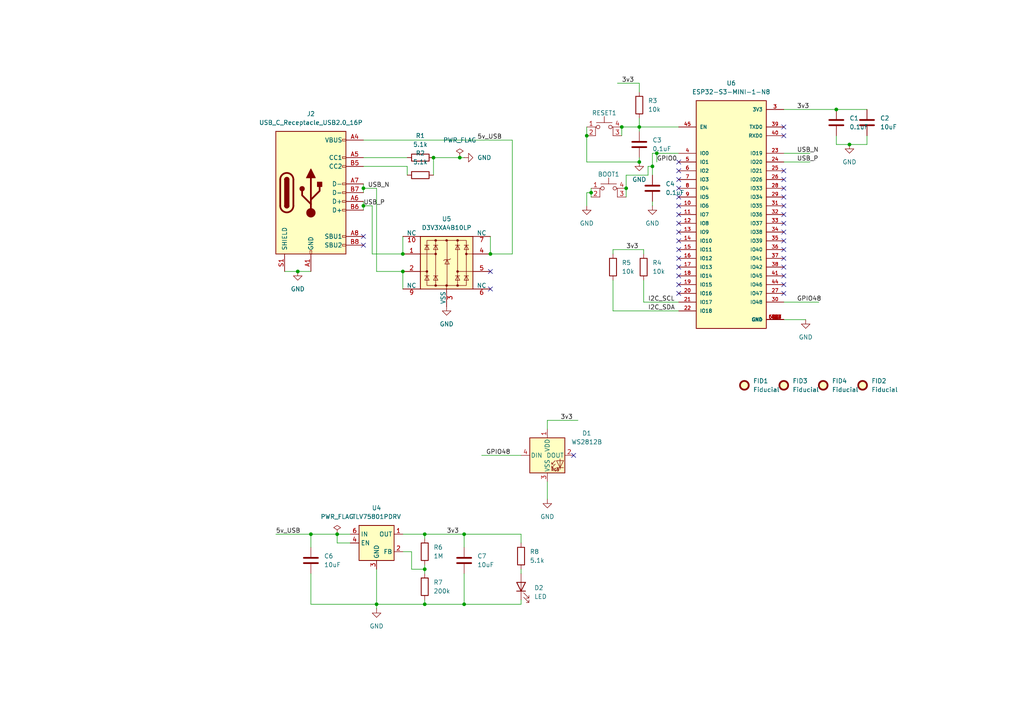
<source format=kicad_sch>
(kicad_sch (version 20250114) (generator "eeschema") (generator_version "9.0")
  (paper "A4")
  (lib_symbols
    (symbol "Connector:USB_C_Receptacle_USB2.0_16P" (pin_names (offset 1.016))
      (property "Reference" "J" (at 0 22.225 0))
      (property "Value" "USB_C_Receptacle_USB2.0_16P" (at 0 19.685 0))
      (symbol "USB_C_Receptacle_USB2.0_16P_0_0"
        (rectangle (start -0.254 -17.78) (end 0.254 -16.764))
        (rectangle (start 10.16 15.494) (end 9.144 14.986))
        (rectangle (start 10.16 10.414) (end 9.144 9.906))
        (rectangle (start 10.16 7.874) (end 9.144 7.366))
        (rectangle (start 10.16 2.794) (end 9.144 2.286))
        (rectangle (start 10.16 0.254) (end 9.144 -0.254))
        (rectangle (start 10.16 -2.286) (end 9.144 -2.794))
        (rectangle (start 10.16 -4.826) (end 9.144 -5.334))
        (rectangle (start 10.16 -12.446) (end 9.144 -12.954))
        (rectangle (start 10.16 -14.986) (end 9.144 -15.494))
      )
      (symbol "USB_C_Receptacle_USB2.0_16P_0_1"
        (rectangle (start -10.16 17.78) (end 10.16 -17.78) (stroke (width 0.254)) (fill (type background)))
        (polyline (pts (xy -8.89 -3.81) (xy -8.89 3.81)) (stroke (width 0.508)))
        (rectangle (start -7.62 -3.81) (end -6.35 3.81) (stroke (width 0.254)) (fill (type outline)))
        (arc (start -7.62 3.81) (mid -6.985 4.4423) (end -6.35 3.81) (stroke (width 0.254)))
        (arc (start -7.62 3.81) (mid -6.985 4.4423) (end -6.35 3.81) (stroke (width 0.254)) (fill (type outline)))
        (arc (start -8.89 3.81) (mid -6.985 5.7067) (end -5.08 3.81) (stroke (width 0.508)))
        (arc (start -5.08 -3.81) (mid -6.985 -5.7067) (end -8.89 -3.81) (stroke (width 0.508)))
        (arc (start -6.35 -3.81) (mid -6.985 -4.4423) (end -7.62 -3.81) (stroke (width 0.254)))
        (arc (start -6.35 -3.81) (mid -6.985 -4.4423) (end -7.62 -3.81) (stroke (width 0.254)) (fill (type outline)))
        (polyline (pts (xy -5.08 3.81) (xy -5.08 -3.81)) (stroke (width 0.508)))
        (circle (center -2.54 1.143) (radius 0.635) (stroke (width 0.254)) (fill (type outline)))
        (polyline (pts (xy -1.27 4.318) (xy 0 6.858) (xy 1.27 4.318) (xy -1.27 4.318)) (stroke (width 0.254)) (fill (type outline)))
        (polyline (pts (xy 0 -2.032) (xy 2.54 0.508) (xy 2.54 1.778)) (stroke (width 0.508)))
        (polyline (pts (xy 0 -3.302) (xy -2.54 -0.762) (xy -2.54 0.508)) (stroke (width 0.508)))
        (polyline (pts (xy 0 -5.842) (xy 0 4.318)) (stroke (width 0.508)))
        (circle (center 0 -5.842) (radius 1.27) (fill (type outline)))
        (rectangle (start 1.905 1.778) (end 3.175 3.048) (stroke (width 0.254)) (fill (type outline)))
      )
      (symbol "USB_C_Receptacle_USB2.0_16P_1_1"
        (pin passive line (at -7.62 -22.86 90) (length 5.08) (name "SHIELD") (number "S1"))
        (pin passive line (at 0 -22.86 90) (length 5.08) (name "GND") (number "A1"))
        (pin passive line (at 0 -22.86 90) (length 5.08) (hide yes) (name "GND") (number "A12"))
        (pin passive line (at 0 -22.86 90) (length 5.08) (hide yes) (name "GND") (number "B1"))
        (pin passive line (at 0 -22.86 90) (length 5.08) (hide yes) (name "GND") (number "B12"))
        (pin passive line (at 15.24 15.24 180) (length 5.08) (name "VBUS") (number "A4"))
        (pin passive line (at 15.24 15.24 180) (length 5.08) (hide yes) (name "VBUS") (number "A9"))
        (pin passive line (at 15.24 15.24 180) (length 5.08) (hide yes) (name "VBUS") (number "B4"))
        (pin passive line (at 15.24 15.24 180) (length 5.08) (hide yes) (name "VBUS") (number "B9"))
        (pin bidirectional line (at 15.24 10.16 180) (length 5.08) (name "CC1") (number "A5"))
        (pin bidirectional line (at 15.24 7.62 180) (length 5.08) (name "CC2") (number "B5"))
        (pin bidirectional line (at 15.24 2.54 180) (length 5.08) (name "D-") (number "A7"))
        (pin bidirectional line (at 15.24 0 180) (length 5.08) (name "D-") (number "B7"))
        (pin bidirectional line (at 15.24 -2.54 180) (length 5.08) (name "D+") (number "A6"))
        (pin bidirectional line (at 15.24 -5.08 180) (length 5.08) (name "D+") (number "B6"))
        (pin bidirectional line (at 15.24 -12.7 180) (length 5.08) (name "SBU1") (number "A8"))
        (pin bidirectional line (at 15.24 -15.24 180) (length 5.08) (name "SBU2") (number "B8"))
      )
    )
    (symbol "Device:C" (pin_numbers (hide yes)) (pin_names (offset 0.254))
      (property "Reference" "C" (at 0.635 2.54 0))
      (property "Value" "C" (at 0.635 -2.54 0))
      (symbol "C_0_1"
        (polyline (pts (xy -2.032 0.762) (xy 2.032 0.762)) (stroke (width 0.508)))
        (polyline (pts (xy -2.032 -0.762) (xy 2.032 -0.762)) (stroke (width 0.508)))
      )
      (symbol "C_1_1"
        (pin passive line (at 0 3.81 270) (length 2.794) (name "~") (number "1"))
        (pin passive line (at 0 -3.81 90) (length 2.794) (name "~") (number "2"))
      )
    )
    (symbol "Device:LED" (pin_numbers (hide yes)) (pin_names (offset 1.016) (hide yes))
      (property "Reference" "D" (at 0 2.54 0))
      (property "Value" "LED" (at 0 -2.54 0))
      (symbol "LED_0_1"
        (polyline (pts (xy -3.048 -0.762) (xy -4.572 -2.286) (xy -3.81 -2.286) (xy -4.572 -2.286) (xy -4.572 -1.524)))
        (polyline (pts (xy -1.778 -0.762) (xy -3.302 -2.286) (xy -2.54 -2.286) (xy -3.302 -2.286) (xy -3.302 -1.524)))
        (polyline (pts (xy -1.27 0) (xy 1.27 0)))
        (polyline (pts (xy -1.27 -1.27) (xy -1.27 1.27)) (stroke (width 0.254)))
        (polyline (pts (xy 1.27 -1.27) (xy 1.27 1.27) (xy -1.27 0) (xy 1.27 -1.27)) (stroke (width 0.254)))
      )
      (symbol "LED_1_1"
        (pin passive line (at -3.81 0 0) (length 2.54) (name "K") (number "1"))
        (pin passive line (at 3.81 0 180) (length 2.54) (name "A") (number "2"))
      )
    )
    (symbol "Device:R" (pin_numbers (hide yes)) (pin_names (offset 0))
      (property "Reference" "R" (at 2.032 0 90))
      (property "Value" "R" (at 0 0 90))
      (symbol "R_0_1"
        (rectangle (start -1.016 -2.54) (end 1.016 2.54) (stroke (width 0.254)))
      )
      (symbol "R_1_1"
        (pin passive line (at 0 3.81 270) (length 1.27) (name "~") (number "1"))
        (pin passive line (at 0 -3.81 90) (length 1.27) (name "~") (number "2"))
      )
    )
    (symbol "ESP32-S3-MINI-1-N8:ESP32-S3-MINI-1-N8" (pin_names (offset 1.016))
      (property "Reference" "U" (at -10.16 34.29 0))
      (property "Value" "ESP32-S3-MINI-1-N8" (at -10.16 -35.56 0))
      (symbol "ESP32-S3-MINI-1-N8_0_0"
        (rectangle (start -10.16 -33.02) (end 10.16 33.02) (stroke (width 0.254)) (fill (type background)))
        (pin input line (at -15.24 25.4 0) (length 5.08) (name "EN") (number "45"))
        (pin bidirectional line (at -15.24 17.78 0) (length 5.08) (name "IO0") (number "4"))
        (pin bidirectional line (at -15.24 15.24 0) (length 5.08) (name "IO1") (number "5"))
        (pin bidirectional line (at -15.24 12.7 0) (length 5.08) (name "IO2") (number "6"))
        (pin bidirectional line (at -15.24 10.16 0) (length 5.08) (name "IO3") (number "7"))
        (pin bidirectional line (at -15.24 7.62 0) (length 5.08) (name "IO4") (number "8"))
        (pin bidirectional line (at -15.24 5.08 0) (length 5.08) (name "IO5") (number "9"))
        (pin bidirectional line (at -15.24 2.54 0) (length 5.08) (name "IO6") (number "10"))
        (pin bidirectional line (at -15.24 0 0) (length 5.08) (name "IO7") (number "11"))
        (pin bidirectional line (at -15.24 -2.54 0) (length 5.08) (name "IO8") (number "12"))
        (pin bidirectional line (at -15.24 -5.08 0) (length 5.08) (name "IO9") (number "13"))
        (pin bidirectional line (at -15.24 -7.62 0) (length 5.08) (name "IO10") (number "14"))
        (pin bidirectional line (at -15.24 -10.16 0) (length 5.08) (name "IO11") (number "15"))
        (pin bidirectional line (at -15.24 -12.7 0) (length 5.08) (name "IO12") (number "16"))
        (pin bidirectional line (at -15.24 -15.24 0) (length 5.08) (name "IO13") (number "17"))
        (pin bidirectional line (at -15.24 -17.78 0) (length 5.08) (name "IO14") (number "18"))
        (pin bidirectional line (at -15.24 -20.32 0) (length 5.08) (name "IO15") (number "19"))
        (pin bidirectional line (at -15.24 -22.86 0) (length 5.08) (name "IO16") (number "20"))
        (pin bidirectional line (at -15.24 -25.4 0) (length 5.08) (name "IO17") (number "21"))
        (pin bidirectional line (at -15.24 -27.94 0) (length 5.08) (name "IO18") (number "22"))
        (pin power_in line (at 15.24 30.48 180) (length 5.08) (name "3V3") (number "3"))
        (pin bidirectional line (at 15.24 25.4 180) (length 5.08) (name "TXD0") (number "39"))
        (pin bidirectional line (at 15.24 22.86 180) (length 5.08) (name "RXD0") (number "40"))
        (pin bidirectional line (at 15.24 17.78 180) (length 5.08) (name "IO19") (number "23"))
        (pin bidirectional line (at 15.24 15.24 180) (length 5.08) (name "IO20") (number "24"))
        (pin bidirectional line (at 15.24 12.7 180) (length 5.08) (name "IO21") (number "25"))
        (pin bidirectional line (at 15.24 10.16 180) (length 5.08) (name "IO26") (number "26"))
        (pin bidirectional line (at 15.24 7.62 180) (length 5.08) (name "IO33") (number "28"))
        (pin bidirectional line (at 15.24 5.08 180) (length 5.08) (name "IO34") (number "29"))
        (pin bidirectional line (at 15.24 2.54 180) (length 5.08) (name "IO35") (number "31"))
        (pin bidirectional line (at 15.24 0 180) (length 5.08) (name "IO36") (number "32"))
        (pin bidirectional line (at 15.24 -2.54 180) (length 5.08) (name "IO37") (number "33"))
        (pin bidirectional line (at 15.24 -5.08 180) (length 5.08) (name "IO38") (number "34"))
        (pin bidirectional line (at 15.24 -7.62 180) (length 5.08) (name "IO39") (number "35"))
        (pin bidirectional line (at 15.24 -10.16 180) (length 5.08) (name "IO40") (number "36"))
        (pin bidirectional line (at 15.24 -12.7 180) (length 5.08) (name "IO41") (number "37"))
        (pin bidirectional line (at 15.24 -15.24 180) (length 5.08) (name "IO42") (number "38"))
        (pin bidirectional line (at 15.24 -17.78 180) (length 5.08) (name "IO45") (number "41"))
        (pin bidirectional line (at 15.24 -20.32 180) (length 5.08) (name "IO46") (number "44"))
        (pin bidirectional line (at 15.24 -22.86 180) (length 5.08) (name "IO47") (number "27"))
        (pin bidirectional line (at 15.24 -25.4 180) (length 5.08) (name "IO48") (number "30"))
        (pin power_in line (at 15.24 -30.48 180) (length 5.08) (name "GND") (number "1"))
        (pin power_in line (at 15.24 -30.48 180) (length 5.08) (name "GND") (number "2"))
        (pin power_in line (at 15.24 -30.48 180) (length 5.08) (name "GND") (number "42"))
        (pin power_in line (at 15.24 -30.48 180) (length 5.08) (name "GND") (number "43"))
        (pin power_in line (at 15.24 -30.48 180) (length 5.08) (name "GND") (number "46"))
        (pin power_in line (at 15.24 -30.48 180) (length 5.08) (name "GND") (number "47"))
        (pin power_in line (at 15.24 -30.48 180) (length 5.08) (name "GND") (number "48"))
        (pin power_in line (at 15.24 -30.48 180) (length 5.08) (name "GND") (number "49"))
        (pin power_in line (at 15.24 -30.48 180) (length 5.08) (name "GND") (number "50"))
        (pin power_in line (at 15.24 -30.48 180) (length 5.08) (name "GND") (number "51"))
        (pin power_in line (at 15.24 -30.48 180) (length 5.08) (name "GND") (number "52"))
        (pin power_in line (at 15.24 -30.48 180) (length 5.08) (name "GND") (number "53"))
        (pin power_in line (at 15.24 -30.48 180) (length 5.08) (name "GND") (number "54"))
        (pin power_in line (at 15.24 -30.48 180) (length 5.08) (name "GND") (number "55"))
        (pin power_in line (at 15.24 -30.48 180) (length 5.08) (name "GND") (number "56"))
        (pin power_in line (at 15.24 -30.48 180) (length 5.08) (name "GND") (number "57"))
        (pin power_in line (at 15.24 -30.48 180) (length 5.08) (name "GND") (number "58"))
        (pin power_in line (at 15.24 -30.48 180) (length 5.08) (name "GND") (number "59"))
        (pin power_in line (at 15.24 -30.48 180) (length 5.08) (name "GND") (number "60"))
        (pin power_in line (at 15.24 -30.48 180) (length 5.08) (name "GND") (number "61"))
        (pin power_in line (at 15.24 -30.48 180) (length 5.08) (name "GND") (number "61_1"))
        (pin power_in line (at 15.24 -30.48 180) (length 5.08) (name "GND") (number "61_2"))
        (pin power_in line (at 15.24 -30.48 180) (length 5.08) (name "GND") (number "61_3"))
        (pin power_in line (at 15.24 -30.48 180) (length 5.08) (name "GND") (number "61_4"))
        (pin power_in line (at 15.24 -30.48 180) (length 5.08) (name "GND") (number "61_5"))
        (pin power_in line (at 15.24 -30.48 180) (length 5.08) (name "GND") (number "61_6"))
        (pin power_in line (at 15.24 -30.48 180) (length 5.08) (name "GND") (number "61_7"))
        (pin power_in line (at 15.24 -30.48 180) (length 5.08) (name "GND") (number "61_8"))
        (pin power_in line (at 15.24 -30.48 180) (length 5.08) (name "GND") (number "62"))
        (pin power_in line (at 15.24 -30.48 180) (length 5.08) (name "GND") (number "63"))
        (pin power_in line (at 15.24 -30.48 180) (length 5.08) (name "GND") (number "64"))
        (pin power_in line (at 15.24 -30.48 180) (length 5.08) (name "GND") (number "65"))
      )
    )
    (symbol "LED:WS2812B" (pin_names (offset 0.254))
      (property "Reference" "D" (at 5.08 5.715 0))
      (property "Value" "WS2812B" (at 1.27 -5.715 0))
      (symbol "WS2812B_0_0"
        (text "RGB" (at 2.286 -4.191 0) (effects (font (size 0.762 0.762))))
      )
      (symbol "WS2812B_0_1"
        (polyline (pts (xy 1.27 -2.54) (xy 1.778 -2.54)))
        (polyline (pts (xy 1.27 -3.556) (xy 1.778 -3.556)))
        (polyline (pts (xy 2.286 -1.524) (xy 1.27 -2.54) (xy 1.27 -2.032)))
        (polyline (pts (xy 2.286 -2.54) (xy 1.27 -3.556) (xy 1.27 -3.048)))
        (polyline (pts (xy 3.683 -1.016) (xy 3.683 -3.556) (xy 3.683 -4.064)))
        (polyline (pts (xy 4.699 -1.524) (xy 2.667 -1.524) (xy 3.683 -3.556) (xy 4.699 -1.524)))
        (polyline (pts (xy 4.699 -3.556) (xy 2.667 -3.556)))
        (rectangle (start 5.08 5.08) (end -5.08 -5.08) (stroke (width 0.254)) (fill (type background)))
      )
      (symbol "WS2812B_1_1"
        (pin input line (at -7.62 0 0) (length 2.54) (name "DIN") (number "4"))
        (pin power_in line (at 0 7.62 270) (length 2.54) (name "VDD") (number "1"))
        (pin power_in line (at 0 -7.62 90) (length 2.54) (name "VSS") (number "3"))
        (pin output line (at 7.62 0 180) (length 2.54) (name "DOUT") (number "2"))
      )
    )
    (symbol "Mechanical:Fiducial" (in_bom no)
      (property "Reference" "FID" (at 0 5.08 0))
      (property "Value" "Fiducial" (at 0 3.175 0))
      (symbol "Fiducial_0_1"
        (circle (center 0 0) (radius 1.27) (stroke (width 0.508)) (fill (type background)))
      )
    )
    (symbol "Power_Protection:D3V3XA4B10LP" (pin_names (offset 0))
      (property "Reference" "U" (at -0.635 8.89 0))
      (property "Value" "D3V3XA4B10LP" (at 8.89 -10.16 0))
      (symbol "D3V3XA4B10LP_0_0"
        (rectangle (start -5.715 6.477) (end 5.715 -6.604))
        (polyline (pts (xy -3.175 -6.604) (xy -3.175 6.477)))
        (polyline (pts (xy 0.127 6.477) (xy 0.127 -6.604)))
        (polyline (pts (xy 3.175 6.477) (xy 3.175 -6.604)))
      )
      (symbol "D3V3XA4B10LP_0_1"
        (polyline (pts (xy -7.747 2.54) (xy -3.175 2.54)))
        (rectangle (start -7.62 7.62) (end 7.62 -7.62) (stroke (width 0.254)) (fill (type background)))
        (polyline (pts (xy -7.62 -2.54) (xy -5.715 -2.54)))
        (circle (center -5.715 -2.54) (radius 0.2794) (fill (type outline)))
        (polyline (pts (xy -5.08 5.08) (xy -6.35 5.08)))
        (polyline (pts (xy -5.08 3.81) (xy -6.35 3.81) (xy -5.715 5.08) (xy -5.08 3.81)))
        (polyline (pts (xy -5.08 -3.81) (xy -6.35 -3.81)))
        (polyline (pts (xy -5.08 -5.08) (xy -6.35 -5.08) (xy -5.715 -3.81) (xy -5.08 -5.08)))
        (circle (center -3.175 6.477) (radius 0.2794) (fill (type outline)))
        (circle (center -3.175 2.54) (radius 0.2794) (fill (type outline)))
        (circle (center -3.175 -6.604) (radius 0.2794) (fill (type outline)))
        (polyline (pts (xy -2.54 5.08) (xy -3.81 5.08)))
        (polyline (pts (xy -2.54 3.81) (xy -3.81 3.81) (xy -3.175 5.08) (xy -2.54 3.81)))
        (polyline (pts (xy -2.54 -3.81) (xy -3.81 -3.81)))
        (polyline (pts (xy -2.54 -5.08) (xy -3.81 -5.08) (xy -3.175 -3.81) (xy -2.54 -5.08)))
        (polyline (pts (xy -0.508 0.889) (xy -0.889 0.635)))
        (circle (center 0 6.477) (radius 0.2794) (fill (type outline)))
        (polyline (pts (xy 0 -6.604) (xy 0 -7.62)))
        (circle (center 0 -6.604) (radius 0.2794) (fill (type outline)))
        (polyline (pts (xy 0.762 0.889) (xy -0.508 0.889)))
        (polyline (pts (xy 0.762 0.889) (xy 1.143 1.143)))
        (polyline (pts (xy 0.762 -0.381) (xy -0.508 -0.381) (xy 0.127 0.889) (xy 0.762 -0.381)))
        (circle (center 3.175 6.477) (radius 0.2794) (fill (type outline)))
        (circle (center 3.175 -2.54) (radius 0.2794) (fill (type outline)))
        (circle (center 3.175 -6.604) (radius 0.2794) (fill (type outline)))
        (polyline (pts (xy 3.81 5.08) (xy 2.54 5.08)))
        (polyline (pts (xy 3.81 3.81) (xy 2.54 3.81) (xy 3.175 5.08) (xy 3.81 3.81)))
        (polyline (pts (xy 3.81 -3.81) (xy 2.54 -3.81)))
        (polyline (pts (xy 3.81 -5.08) (xy 2.54 -5.08) (xy 3.175 -3.81) (xy 3.81 -5.08)))
        (circle (center 5.715 2.54) (radius 0.2794) (fill (type outline)))
        (polyline (pts (xy 6.35 5.08) (xy 5.08 5.08)))
        (polyline (pts (xy 6.35 3.81) (xy 5.08 3.81) (xy 5.715 5.08) (xy 6.35 3.81)))
        (polyline (pts (xy 6.35 -3.81) (xy 5.08 -3.81)))
        (polyline (pts (xy 6.35 -5.08) (xy 5.08 -5.08) (xy 5.715 -3.81) (xy 6.35 -5.08)))
        (polyline (pts (xy 7.62 2.54) (xy 5.715 2.54)))
        (polyline (pts (xy 7.62 -2.54) (xy 3.175 -2.54)))
      )
      (symbol "D3V3XA4B10LP_1_1"
        (pin free line (at -12.7 7.62 0) (length 5.08) (name "NC") (number "10"))
        (pin passive line (at -12.7 2.54 0) (length 5.08) (name "~") (number "1"))
        (pin passive line (at -12.7 -2.54 0) (length 5.08) (name "~") (number "2"))
        (pin free line (at -12.7 -7.62 0) (length 5.08) (name "NC") (number "9"))
        (pin power_in line (at 0 -12.7 90) (length 5.08) (name "VSS") (number "3"))
        (pin passive line (at 0 -12.7 90) (length 5.08) (hide yes) (name "VSS") (number "8"))
        (pin free line (at 12.7 7.62 180) (length 5.08) (name "NC") (number "7"))
        (pin passive line (at 12.7 2.54 180) (length 5.08) (name "~") (number "4"))
        (pin passive line (at 12.7 -2.54 180) (length 5.08) (name "~") (number "5"))
        (pin free line (at 12.7 -7.62 180) (length 5.08) (name "NC") (number "6"))
      )
    )
    (symbol "Regulator_Linear:TLV75801PDRV"
      (property "Reference" "U" (at -3.81 6.35 0))
      (property "Value" "TLV75801PDRV" (at 0 6.35 0))
      (symbol "TLV75801PDRV_0_1"
        (rectangle (start 5.08 -5.08) (end -5.08 5.08) (stroke (width 0.254)) (fill (type background)))
      )
      (symbol "TLV75801PDRV_1_1"
        (pin power_in line (at -7.62 2.54 0) (length 2.54) (name "IN") (number "6"))
        (pin input line (at -7.62 0 0) (length 2.54) (name "EN") (number "4"))
        (pin power_in line (at 0 -7.62 90) (length 2.54) (name "GND") (number "3"))
        (pin passive line (at 0 -7.62 90) (length 2.54) (hide yes) (name "GND") (number "7"))
        (pin no_connect line (at 5.08 0 180) (length 2.54) (hide yes) (name "DNC") (number "5"))
        (pin power_out line (at 7.62 2.54 180) (length 2.54) (name "OUT") (number "1"))
        (pin input line (at 7.62 -2.54 180) (length 2.54) (name "FB") (number "2"))
      )
    )
    (symbol "Switch:SW_MEC_5E" (pin_names (offset 1.016) (hide yes))
      (property "Reference" "SW" (at 0.635 5.715 0))
      (property "Value" "SW_MEC_5E" (at 0 -3.175 0))
      (symbol "SW_MEC_5E_0_1"
        (polyline (pts (xy -2.54 0) (xy -2.54 2.54) (xy -2.286 2.54)))
        (polyline (pts (xy -2.286 3.81) (xy 2.286 3.81)))
        (circle (center -1.778 2.54) (radius 0.508))
        (polyline (pts (xy 0 3.81) (xy 0 5.588)))
        (circle (center 1.778 2.54) (radius 0.508))
        (polyline (pts (xy 2.54 0) (xy 2.54 2.54) (xy 2.286 2.54)))
        (pin passive line (at -5.08 2.54 0) (length 2.54) (name "1") (number "1"))
        (pin passive line (at -5.08 0 0) (length 2.54) (name "2") (number "2"))
        (pin passive line (at 5.08 2.54 180) (length 2.54) (name "A") (number "4"))
        (pin passive line (at 5.08 0 180) (length 2.54) (name "K") (number "3"))
      )
    )
    (symbol "power:GND" (power) (pin_numbers (hide yes)) (pin_names (offset 0) (hide yes))
      (property "Value" "GND" (at 0 -3.81 0))
      (symbol "GND_0_1"
        (polyline (pts (xy 0 0) (xy 0 -1.27) (xy 1.27 -1.27) (xy 0 -2.54) (xy -1.27 -1.27) (xy 0 -1.27)))
      )
      (symbol "GND_1_1"
        (pin power_in line (at 0 0 270) (length 0) (name "~") (number "1"))
      )
    )
    (symbol "power:PWR_FLAG" (power) (pin_numbers (hide yes)) (pin_names (offset 0) (hide yes))
      (property "Value" "PWR_FLAG" (at 0 3.81 0))
      (symbol "PWR_FLAG_0_0"
        (pin power_out line (at 0 0 90) (length 0) (name "~") (number "1"))
      )
      (symbol "PWR_FLAG_0_1"
        (polyline (pts (xy 0 0) (xy 0 1.27) (xy -1.016 1.905) (xy 0 2.54) (xy 1.016 1.905) (xy 0 1.27)))
      )
    )
  )
  (junction (at 105.41 54.61))
  (junction (at 86.36 78.74))
  (junction (at 125.73 45.72))
  (junction (at 105.41 59.69))
  (junction (at 180.34 36.83))
  (junction (at 142.24 73.66))
  (junction (at 171.45 55.88))
  (junction (at 133.35 45.72))
  (junction (at 134.62 175.26))
  (junction (at 170.18 39.37))
  (junction (at 116.84 78.74))
  (junction (at 190.5 44.45))
  (junction (at 123.19 154.94))
  (junction (at 109.22 175.26))
  (junction (at 185.42 36.83))
  (junction (at 242.57 31.75))
  (junction (at 123.19 175.26))
  (junction (at 116.84 73.66))
  (junction (at 246.38 41.91))
  (junction (at 97.79 154.94))
  (junction (at 181.61 54.61))
  (junction (at 189.23 48.26))
  (junction (at 185.42 46.99))
  (junction (at 134.62 154.94))
  (junction (at 90.17 154.94))
  (junction (at 123.19 165.1))
  (no_connect (at 196.85 54.61))
  (no_connect (at 227.33 52.07))
  (no_connect (at 227.33 64.77))
  (no_connect (at 227.33 77.47))
  (no_connect (at 105.41 68.58))
  (no_connect (at 196.85 62.23))
  (no_connect (at 196.85 64.77))
  (no_connect (at 227.33 36.83))
  (no_connect (at 227.33 85.09))
  (no_connect (at 196.85 85.09))
  (no_connect (at 142.24 83.82))
  (no_connect (at 166.37 132.08))
  (no_connect (at 196.85 57.15))
  (no_connect (at 196.85 46.99))
  (no_connect (at 227.33 54.61))
  (no_connect (at 196.85 59.69))
  (no_connect (at 227.33 74.93))
  (no_connect (at 105.41 71.12))
  (no_connect (at 142.24 78.74))
  (no_connect (at 227.33 80.01))
  (no_connect (at 196.85 52.07))
  (no_connect (at 227.33 67.31))
  (no_connect (at 196.85 49.53))
  (no_connect (at 196.85 67.31))
  (no_connect (at 196.85 74.93))
  (no_connect (at 196.85 80.01))
  (no_connect (at 227.33 82.55))
  (no_connect (at 227.33 57.15))
  (no_connect (at 227.33 72.39))
  (no_connect (at 227.33 62.23))
  (no_connect (at 227.33 69.85))
  (no_connect (at 227.33 59.69))
  (no_connect (at 196.85 69.85))
  (no_connect (at 227.33 39.37))
  (no_connect (at 196.85 72.39))
  (no_connect (at 196.85 82.55))
  (no_connect (at 227.33 49.53))
  (no_connect (at 196.85 77.47))
  (wire (pts (xy 123.19 154.94) (xy 123.19 156.21)))
  (wire (pts (xy 116.84 154.94) (xy 123.19 154.94)))
  (wire (pts (xy 123.19 163.83) (xy 123.19 165.1)))
  (wire (pts (xy 105.41 58.42) (xy 105.41 59.69)))
  (wire (pts (xy 151.13 173.99) (xy 151.13 175.26)))
  (wire (pts (xy 227.33 92.71) (xy 233.68 92.71)))
  (wire (pts (xy 142.24 73.66) (xy 148.59 73.66)))
  (wire (pts (xy 180.34 36.83) (xy 180.34 39.37)))
  (wire (pts (xy 105.41 54.61) (xy 105.41 55.88)))
  (wire (pts (xy 158.75 121.92) (xy 167.64 121.92)))
  (wire (pts (xy 116.84 68.58) (xy 116.84 73.66)))
  (wire (pts (xy 105.41 53.34) (xy 105.41 54.61)))
  (wire (pts (xy 196.85 36.83) (xy 185.42 36.83)))
  (wire (pts (xy 189.23 48.26) (xy 189.23 50.8)))
  (wire (pts (xy 123.19 175.26) (xy 109.22 175.26)))
  (wire (pts (xy 196.85 44.45) (xy 190.5 44.45)))
  (wire (pts (xy 123.19 154.94) (xy 134.62 154.94)))
  (wire (pts (xy 177.8 90.17) (xy 196.85 90.17)))
  (wire (pts (xy 97.79 154.94) (xy 101.6 154.94)))
  (wire (pts (xy 134.62 154.94) (xy 134.62 158.75)))
  (wire (pts (xy 187.96 50.8) (xy 187.96 48.26)))
  (wire (pts (xy 251.46 39.37) (xy 251.46 41.91)))
  (wire (pts (xy 158.75 124.46) (xy 158.75 121.92)))
  (wire (pts (xy 109.22 165.1) (xy 109.22 175.26)))
  (wire (pts (xy 185.42 36.83) (xy 185.42 38.1)))
  (wire (pts (xy 118.11 50.8) (xy 118.11 48.26)))
  (wire (pts (xy 187.96 48.26) (xy 189.23 48.26)))
  (wire (pts (xy 109.22 175.26) (xy 90.17 175.26)))
  (wire (pts (xy 227.33 44.45) (xy 234.95 44.45)))
  (wire (pts (xy 189.23 58.42) (xy 189.23 59.69)))
  (wire (pts (xy 151.13 175.26) (xy 134.62 175.26)))
  (wire (pts (xy 186.69 73.66) (xy 186.69 72.39)))
  (wire (pts (xy 139.7 132.08) (xy 151.13 132.08)))
  (wire (pts (xy 116.84 78.74) (xy 116.84 83.82)))
  (wire (pts (xy 142.24 68.58) (xy 142.24 73.66)))
  (wire (pts (xy 181.61 54.61) (xy 181.61 57.15)))
  (wire (pts (xy 151.13 154.94) (xy 134.62 154.94)))
  (wire (pts (xy 170.18 36.83) (xy 170.18 39.37)))
  (wire (pts (xy 101.6 157.48) (xy 97.79 157.48)))
  (wire (pts (xy 105.41 45.72) (xy 118.11 45.72)))
  (wire (pts (xy 123.19 173.99) (xy 123.19 175.26)))
  (wire (pts (xy 242.57 31.75) (xy 251.46 31.75)))
  (wire (pts (xy 179.07 24.13) (xy 185.42 24.13)))
  (wire (pts (xy 109.22 78.74) (xy 109.22 54.61)))
  (wire (pts (xy 190.5 44.45) (xy 189.23 44.45)))
  (wire (pts (xy 109.22 175.26) (xy 109.22 176.53)))
  (wire (pts (xy 107.95 59.69) (xy 105.41 59.69)))
  (wire (pts (xy 242.57 39.37) (xy 242.57 41.91)))
  (wire (pts (xy 148.59 40.64) (xy 105.41 40.64)))
  (wire (pts (xy 82.55 78.74) (xy 86.36 78.74)))
  (wire (pts (xy 97.79 157.48) (xy 97.79 154.94)))
  (wire (pts (xy 171.45 55.88) (xy 170.18 55.88)))
  (wire (pts (xy 125.73 45.72) (xy 133.35 45.72)))
  (wire (pts (xy 90.17 154.94) (xy 97.79 154.94)))
  (wire (pts (xy 123.19 165.1) (xy 119.38 165.1)))
  (wire (pts (xy 133.35 45.72) (xy 134.62 45.72)))
  (wire (pts (xy 134.62 175.26) (xy 123.19 175.26)))
  (wire (pts (xy 186.69 87.63) (xy 196.85 87.63)))
  (wire (pts (xy 181.61 50.8) (xy 187.96 50.8)))
  (wire (pts (xy 158.75 139.7) (xy 158.75 144.78)))
  (wire (pts (xy 190.5 44.45) (xy 190.5 46.99)))
  (wire (pts (xy 105.41 59.69) (xy 105.41 60.96)))
  (wire (pts (xy 116.84 73.66) (xy 107.95 73.66)))
  (wire (pts (xy 227.33 31.75) (xy 242.57 31.75)))
  (wire (pts (xy 181.61 54.61) (xy 181.61 50.8)))
  (wire (pts (xy 185.42 34.29) (xy 185.42 36.83)))
  (wire (pts (xy 177.8 72.39) (xy 177.8 73.66)))
  (wire (pts (xy 109.22 54.61) (xy 105.41 54.61)))
  (wire (pts (xy 151.13 165.1) (xy 151.13 166.37)))
  (wire (pts (xy 90.17 154.94) (xy 90.17 158.75)))
  (wire (pts (xy 80.01 154.94) (xy 90.17 154.94)))
  (wire (pts (xy 86.36 78.74) (xy 90.17 78.74)))
  (wire (pts (xy 177.8 81.28) (xy 177.8 90.17)))
  (wire (pts (xy 118.11 48.26) (xy 105.41 48.26)))
  (wire (pts (xy 170.18 39.37) (xy 170.18 46.99)))
  (wire (pts (xy 148.59 73.66) (xy 148.59 40.64)))
  (wire (pts (xy 125.73 45.72) (xy 125.73 50.8)))
  (wire (pts (xy 171.45 54.61) (xy 171.45 55.88)))
  (wire (pts (xy 151.13 157.48) (xy 151.13 154.94)))
  (wire (pts (xy 116.84 160.02) (xy 119.38 160.02)))
  (wire (pts (xy 242.57 41.91) (xy 246.38 41.91)))
  (wire (pts (xy 171.45 55.88) (xy 171.45 57.15)))
  (wire (pts (xy 185.42 45.72) (xy 185.42 46.99)))
  (wire (pts (xy 185.42 46.99) (xy 170.18 46.99)))
  (wire (pts (xy 186.69 72.39) (xy 177.8 72.39)))
  (wire (pts (xy 227.33 87.63) (xy 237.49 87.63)))
  (wire (pts (xy 170.18 55.88) (xy 170.18 59.69)))
  (wire (pts (xy 251.46 41.91) (xy 246.38 41.91)))
  (wire (pts (xy 180.34 36.83) (xy 185.42 36.83)))
  (wire (pts (xy 107.95 73.66) (xy 107.95 59.69)))
  (wire (pts (xy 116.84 78.74) (xy 109.22 78.74)))
  (wire (pts (xy 123.19 165.1) (xy 123.19 166.37)))
  (wire (pts (xy 119.38 165.1) (xy 119.38 160.02)))
  (wire (pts (xy 227.33 46.99) (xy 234.95 46.99)))
  (wire (pts (xy 186.69 81.28) (xy 186.69 87.63)))
  (wire (pts (xy 189.23 44.45) (xy 189.23 48.26)))
  (wire (pts (xy 90.17 175.26) (xy 90.17 166.37)))
  (wire (pts (xy 134.62 166.37) (xy 134.62 175.26)))
  (wire (pts (xy 185.42 26.67) (xy 185.42 24.13)))
  (label "USB_N" (at 106.68 54.61 0))
  (label "3v3" (at 129.54 154.94 0))
  (label "5v_USB" (at 80.01 154.94 0))
  (label "3v3" (at 180.34 24.13 0))
  (label "5v_USB" (at 138.43 40.64 0))
  (label "GPIO48" (at 140.97 132.08 0))
  (label "USB_P" (at 105.41 59.69 0))
  (label "I2C_SCL" (at 187.96 87.63 0))
  (label "GPIO48" (at 231.14 87.63 0))
  (label "GPIO0" (at 190.5 46.99 0))
  (label "I2C_SDA" (at 187.96 90.17 0))
  (label "3v3" (at 162.56 121.92 0))
  (label "3v3" (at 231.14 31.75 0))
  (label "USB_N" (at 231.14 44.45 0))
  (label "3v3" (at 181.61 72.39 0))
  (label "USB_P" (at 231.14 46.99 0))
  (symbol (lib_id "power:GND") (at 109.22 176.53 0) (unit 1)
    (property "Reference" "#PWR09" (effects (hide yes)))
    (property "Value" "GND" (at 109.22 181.61 0))
    (property "Description" "Power symbol creates a global label with name \"GND\" , ground" (effects (hide yes)))
  )
  (symbol (lib_id "Device:R") (at 151.13 161.29 180) (unit 1)
    (property "Reference" "R8" (at 153.67 160.0199 0) (effects (justify right)))
    (property "Value" "5.1k" (at 153.67 162.5599 0) (effects (justify right)))
    (property "Footprint" "Resistor_SMD:R_0603_1608Metric" (effects (hide yes)))
    (property "Description" "Resistor" (effects (hide yes)))
  )
  (symbol (lib_id "power:GND") (at 134.62 45.72 90) (unit 1)
    (property "Reference" "#PWR01" (effects (hide yes)))
    (property "Value" "GND" (at 138.43 45.7199 90) (effects (justify right)))
    (property "Description" "Power symbol creates a global label with name \"GND\" , ground" (effects (hide yes)))
  )
  (symbol (lib_id "power:PWR_FLAG") (at 133.35 45.72 0) (unit 1)
    (property "Reference" "#FLG02" (effects (hide yes)))
    (property "Value" "PWR_FLAG" (at 133.35 40.64 0))
    (property "Description" "Special symbol for telling ERC where power comes from" (effects (hide yes)))
  )
  (symbol (lib_id "Device:C") (at 189.23 54.61 0) (unit 1)
    (property "Reference" "C4" (at 193.04 53.3399 0) (effects (justify left)))
    (property "Value" "0.1uF" (at 193.04 55.8799 0) (effects (justify left)))
    (property "Footprint" "Capacitor_SMD:C_0603_1608Metric" (effects (hide yes)))
    (property "Description" "Unpolarized capacitor" (effects (hide yes)))
  )
  (symbol (lib_id "power:GND") (at 86.36 78.74 0) (unit 1)
    (property "Reference" "#PWR02" (effects (hide yes)))
    (property "Value" "GND" (at 86.36 83.82 0))
    (property "Description" "Power symbol creates a global label with name \"GND\" , ground" (effects (hide yes)))
  )
  (symbol (lib_id "LED:WS2812B") (at 158.75 132.08 0) (unit 1)
    (property "Reference" "D1" (at 170.18 125.6598 0))
    (property "Value" "WS2812B" (at 170.18 128.1998 0))
    (property "Footprint" "LED_SMD:LED_WS2812B_PLCC4_5.0x5.0mm_P3.2mm" (effects (hide yes)))
    (property "Datasheet" "https://cdn-shop.adafruit.com/datasheets/WS2812B.pdf" (effects (hide yes)))
    (property "Description" "RGB LED with integrated controller" (effects (hide yes)))
  )
  (symbol (lib_id "power:GND") (at 246.38 41.91 0) (unit 1)
    (property "Reference" "#PWR04" (effects (hide yes)))
    (property "Value" "GND" (at 246.38 46.99 0))
    (property "Description" "Power symbol creates a global label with name \"GND\" , ground" (effects (hide yes)))
  )
  (symbol (lib_id "Switch:SW_MEC_5E") (at 176.53 57.15 0) (unit 1)
    (property "Reference" "BOOT1" (at 176.53 50.546 0))
    (property "Value" "SW_MEC_5E" (effects (hide yes)))
    (property "Footprint" "Button_Switch_SMD:SW_SPST_PTS810" (effects (hide yes)))
    (property "Datasheet" "http://www.apem.com/int/index.php?controller=attachment&id_attachment=1371" (effects (hide yes)))
    (property "Description" "MEC 5E single pole normally-open tactile switch" (effects (hide yes)))
  )
  (symbol (lib_id "Device:LED") (at 151.13 170.18 90) (unit 1)
    (property "Reference" "D2" (at 154.94 170.4974 90) (effects (justify right)))
    (property "Value" "LED" (at 154.94 173.0374 90) (effects (justify right)))
    (property "Footprint" "LED_SMD:LED_0603_1608Metric" (effects (hide yes)))
    (property "Description" "Light emitting diode" (effects (hide yes)))
    (property "Sim.Pins" "1=K 2=A" (effects (hide yes)))
  )
  (symbol (lib_id "power:PWR_FLAG") (at 97.79 154.94 0) (unit 1)
    (property "Reference" "#FLG01" (effects (hide yes)))
    (property "Value" "PWR_FLAG" (at 97.79 149.86 0))
    (property "Description" "Special symbol for telling ERC where power comes from" (effects (hide yes)))
  )
  (symbol (lib_id "power:GND") (at 233.68 92.71 0) (unit 1)
    (property "Reference" "#PWR06" (effects (hide yes)))
    (property "Value" "GND" (at 233.68 97.79 0))
    (property "Description" "Power symbol creates a global label with name \"GND\" , ground" (effects (hide yes)))
  )
  (symbol (lib_id "power:GND") (at 158.75 144.78 0) (unit 1)
    (property "Reference" "#PWR010" (effects (hide yes)))
    (property "Value" "GND" (at 158.75 149.86 0))
    (property "Description" "Power symbol creates a global label with name \"GND\" , ground" (effects (hide yes)))
  )
  (symbol (lib_id "Device:R") (at 121.92 50.8 90) (unit 1)
    (property "Reference" "R2" (at 121.92 44.45 90))
    (property "Value" "5.1k" (at 121.92 46.99 90))
    (property "Footprint" "Resistor_SMD:R_0603_1608Metric" (effects (hide yes)))
    (property "Description" "Resistor" (effects (hide yes)))
  )
  (symbol (lib_id "Device:R") (at 186.69 77.47 180) (unit 1)
    (property "Reference" "R4" (at 189.23 76.1999 0) (effects (justify right)))
    (property "Value" "10k" (at 189.23 78.7399 0) (effects (justify right)))
    (property "Footprint" "Resistor_SMD:R_0603_1608Metric" (effects (hide yes)))
    (property "Description" "Resistor" (effects (hide yes)))
  )
  (symbol (lib_id "Connector:USB_C_Receptacle_USB2.0_16P") (at 90.17 55.88 0) (unit 1)
    (property "Reference" "J2" (at 90.17 33.02 0))
    (property "Value" "USB_C_Receptacle_USB2.0_16P" (at 90.17 35.56 0))
    (property "Footprint" "Connector_USB:USB_C_Receptacle_GCT_USB4105-xx-A_16P_TopMnt_Horizontal" (effects (hide yes)))
    (property "Datasheet" "https://www.usb.org/sites/default/files/documents/usb_type-c.zip" (effects (hide yes)))
    (property "Description" "USB 2.0-only 16P Type-C Receptacle connector" (effects (hide yes)))
  )
  (symbol (lib_id "power:GND") (at 129.54 88.9 0) (unit 1)
    (property "Reference" "#PWR03" (effects (hide yes)))
    (property "Value" "GND" (at 129.54 93.98 0))
    (property "Description" "Power symbol creates a global label with name \"GND\" , ground" (effects (hide yes)))
  )
  (symbol (lib_id "Mechanical:Fiducial") (at 238.76 111.76 0) (unit 1) (in_bom no)
    (property "Reference" "FID4" (at 241.3 110.4899 0) (effects (justify left)))
    (property "Value" "Fiducial" (at 241.3 113.0299 0) (effects (justify left)))
    (property "Footprint" "Fiducial:Fiducial_1mm_Mask2mm" (effects (hide yes)))
    (property "Description" "Fiducial Marker" (effects (hide yes)))
  )
  (symbol (lib_id "Mechanical:Fiducial") (at 250.19 111.76 0) (unit 1) (in_bom no)
    (property "Reference" "FID2" (at 252.73 110.4899 0) (effects (justify left)))
    (property "Value" "Fiducial" (at 252.73 113.0299 0) (effects (justify left)))
    (property "Footprint" "Fiducial:Fiducial_1mm_Mask2mm" (effects (hide yes)))
    (property "Description" "Fiducial Marker" (effects (hide yes)))
  )
  (symbol (lib_id "Device:R") (at 123.19 170.18 180) (unit 1)
    (property "Reference" "R7" (at 125.73 168.9099 0) (effects (justify right)))
    (property "Value" "200k" (at 125.73 171.4499 0) (effects (justify right)))
    (property "Footprint" "Resistor_SMD:R_0603_1608Metric" (effects (hide yes)))
    (property "Description" "Resistor" (effects (hide yes)))
  )
  (symbol (lib_id "Device:R") (at 177.8 77.47 180) (unit 1)
    (property "Reference" "R5" (at 180.34 76.1999 0) (effects (justify right)))
    (property "Value" "10k" (at 180.34 78.7399 0) (effects (justify right)))
    (property "Footprint" "Resistor_SMD:R_0603_1608Metric" (effects (hide yes)))
    (property "Description" "Resistor" (effects (hide yes)))
  )
  (symbol (lib_id "Regulator_Linear:TLV75801PDRV") (at 109.22 157.48 0) (unit 1)
    (property "Reference" "U4" (at 109.22 147.32 0))
    (property "Value" "TLV75801PDRV" (at 109.22 149.86 0))
    (property "Footprint" "Package_SON:WSON-6-1EP_2x2mm_P0.65mm_EP1x1.6mm" (effects (hide yes)))
    (property "Datasheet" "https://www.ti.com/lit/ds/symlink/tlv758p.pdf" (effects (hide yes)))
    (property "Description" "500mA Low-Dropout Linear Regulator, Adjustable Output, WSON-6" (effects (hide yes)))
  )
  (symbol (lib_id "Mechanical:Fiducial") (at 227.33 111.76 0) (unit 1) (in_bom no)
    (property "Reference" "FID3" (at 229.87 110.4899 0) (effects (justify left)))
    (property "Value" "Fiducial" (at 229.87 113.0299 0) (effects (justify left)))
    (property "Footprint" "Fiducial:Fiducial_1mm_Mask2mm" (effects (hide yes)))
    (property "Description" "Fiducial Marker" (effects (hide yes)))
  )
  (symbol (lib_id "ESP32-S3-MINI-1-N8:ESP32-S3-MINI-1-N8") (at 212.09 62.23 0) (unit 1)
    (property "Reference" "U6" (at 212.09 24.13 0))
    (property "Value" "ESP32-S3-MINI-1-N8" (at 212.09 26.67 0))
    (property "Footprint" "ESP32-S3-MINI-1-N8:XCVR_ESP32-S3-MINI-1-N8" (effects (hide yes)))
    (property "MF" "Espressif Systems" (effects (hide yes)))
    (property "MAXIMUM_PACKAGE_HEIGHT" "2.55mm" (effects (hide yes)))
    (property "Package" "None" (effects (hide yes)))
    (property "Price" "None" (effects (hide yes)))
    (property "Check_prices" "https://www.snapeda.com/parts/ESP32-S3-MINI-1-N8/Espressif+Systems/view-part/?ref=eda" (effects (hide yes)))
    (property "STANDARD" "Manufacturer Recommendations" (effects (hide yes)))
    (property "PARTREV" "v0.6" (effects (hide yes)))
    (property "SnapEDA_Link" "https://www.snapeda.com/parts/ESP32-S3-MINI-1-N8/Espressif+Systems/view-part/?ref=snap" (effects (hide yes)))
    (property "MP" "ESP32-S3-MINI-1-N8" (effects (hide yes)))
    (property "Description_1" "Bluetooth, WiFi 802.11b/g/n, Bluetooth v5.0 Transceiver Module 2.4GHz PCB Trace Surface Mount" (effects (hide yes)))
    (property "Availability" "In Stock" (effects (hide yes)))
    (property "MANUFACTURER" "Espressif" (effects (hide yes)))
  )
  (symbol (lib_id "Device:C") (at 134.62 162.56 0) (unit 1)
    (property "Reference" "C7" (at 138.43 161.2899 0) (effects (justify left)))
    (property "Value" "10uF" (at 138.43 163.8299 0) (effects (justify left)))
    (property "Footprint" "Capacitor_SMD:C_0603_1608Metric" (effects (hide yes)))
    (property "Description" "Unpolarized capacitor" (effects (hide yes)))
  )
  (symbol (lib_id "Device:C") (at 251.46 35.56 0) (unit 1)
    (property "Reference" "C2" (at 255.27 34.2899 0) (effects (justify left)))
    (property "Value" "10uF" (at 255.27 36.8299 0) (effects (justify left)))
    (property "Footprint" "Capacitor_SMD:C_0603_1608Metric" (effects (hide yes)))
    (property "Description" "Unpolarized capacitor" (effects (hide yes)))
  )
  (symbol (lib_id "Device:C") (at 90.17 162.56 0) (unit 1)
    (property "Reference" "C6" (at 93.98 161.2899 0) (effects (justify left)))
    (property "Value" "10uF" (at 93.98 163.8299 0) (effects (justify left)))
    (property "Footprint" "Capacitor_SMD:C_0603_1608Metric" (effects (hide yes)))
    (property "Description" "Unpolarized capacitor" (effects (hide yes)))
  )
  (symbol (lib_id "Device:R") (at 185.42 30.48 180) (unit 1)
    (property "Reference" "R3" (at 187.96 29.2099 0) (effects (justify right)))
    (property "Value" "10k" (at 187.96 31.7499 0) (effects (justify right)))
    (property "Footprint" "Resistor_SMD:R_0603_1608Metric" (effects (hide yes)))
    (property "Description" "Resistor" (effects (hide yes)))
  )
  (symbol (lib_id "Switch:SW_MEC_5E") (at 175.26 39.37 0) (unit 1)
    (property "Reference" "RESET1" (at 175.26 32.766 0))
    (property "Value" "SW_MEC_5E" (effects (hide yes)))
    (property "Footprint" "Button_Switch_SMD:SW_SPST_PTS810" (effects (hide yes)))
    (property "Datasheet" "http://www.apem.com/int/index.php?controller=attachment&id_attachment=1371" (effects (hide yes)))
    (property "Description" "MEC 5E single pole normally-open tactile switch" (effects (hide yes)))
  )
  (symbol (lib_id "Device:C") (at 185.42 41.91 0) (unit 1)
    (property "Reference" "C3" (at 189.23 40.6399 0) (effects (justify left)))
    (property "Value" "0.1uF" (at 189.23 43.1799 0) (effects (justify left)))
    (property "Footprint" "Capacitor_SMD:C_0603_1608Metric" (effects (hide yes)))
    (property "Description" "Unpolarized capacitor" (effects (hide yes)))
  )
  (symbol (lib_id "power:GND") (at 189.23 59.69 0) (unit 1)
    (property "Reference" "#PWR07" (effects (hide yes)))
    (property "Value" "GND" (at 189.23 64.77 0))
    (property "Description" "Power symbol creates a global label with name \"GND\" , ground" (effects (hide yes)))
  )
  (symbol (lib_id "Device:R") (at 123.19 160.02 180) (unit 1)
    (property "Reference" "R6" (at 125.73 158.7499 0) (effects (justify right)))
    (property "Value" "1M" (at 125.73 161.2899 0) (effects (justify right)))
    (property "Footprint" "Resistor_SMD:R_0603_1608Metric" (effects (hide yes)))
    (property "Description" "Resistor" (effects (hide yes)))
  )
  (symbol (lib_id "Mechanical:Fiducial") (at 215.9 111.76 0) (unit 1) (in_bom no)
    (property "Reference" "FID1" (at 218.44 110.4899 0) (effects (justify left)))
    (property "Value" "Fiducial" (at 218.44 113.0299 0) (effects (justify left)))
    (property "Footprint" "Fiducial:Fiducial_1mm_Mask2mm" (effects (hide yes)))
    (property "Description" "Fiducial Marker" (effects (hide yes)))
  )
  (symbol (lib_id "Device:C") (at 242.57 35.56 0) (unit 1)
    (property "Reference" "C1" (at 246.38 34.2899 0) (effects (justify left)))
    (property "Value" "0.1uF" (at 246.38 36.8299 0) (effects (justify left)))
    (property "Footprint" "Capacitor_SMD:C_0603_1608Metric" (effects (hide yes)))
    (property "Description" "Unpolarized capacitor" (effects (hide yes)))
  )
  (symbol (lib_id "power:GND") (at 170.18 59.69 0) (unit 1)
    (property "Reference" "#PWR011" (effects (hide yes)))
    (property "Value" "GND" (at 170.18 64.77 0))
    (property "Description" "Power symbol creates a global label with name \"GND\" , ground" (effects (hide yes)))
  )
  (symbol (lib_id "Power_Protection:D3V3XA4B10LP") (at 129.54 76.2 0) (unit 1)
    (property "Reference" "U5" (at 129.54 63.5 0))
    (property "Value" "D3V3XA4B10LP" (at 129.54 66.04 0))
    (property "Footprint" "Package_DFN_QFN:Diodes_UDFN-10_1.0x2.5mm_P0.5mm" (effects (hide yes)))
    (property "Datasheet" "https://www.diodes.com/assets/Datasheets/D3V3XA4B10LP.pdf" (effects (hide yes)))
    (property "Description" "4-Channel Low Capacitance TVS Diode Array, DFN-10" (effects (hide yes)))
  )
  (symbol (lib_id "Device:R") (at 121.92 45.72 90) (unit 1)
    (property "Reference" "R1" (at 121.92 39.37 90))
    (property "Value" "5.1k" (at 121.92 41.91 90))
    (property "Footprint" "Resistor_SMD:R_0603_1608Metric" (effects (hide yes)))
    (property "Description" "Resistor" (effects (hide yes)))
  )
  (symbol (lib_id "power:GND") (at 185.42 46.99 0) (unit 1)
    (property "Reference" "#PWR05" (effects (hide yes)))
    (property "Value" "GND" (at 185.42 52.07 0))
    (property "Description" "Power symbol creates a global label with name \"GND\" , ground" (effects (hide yes)))
  )
)
</source>
